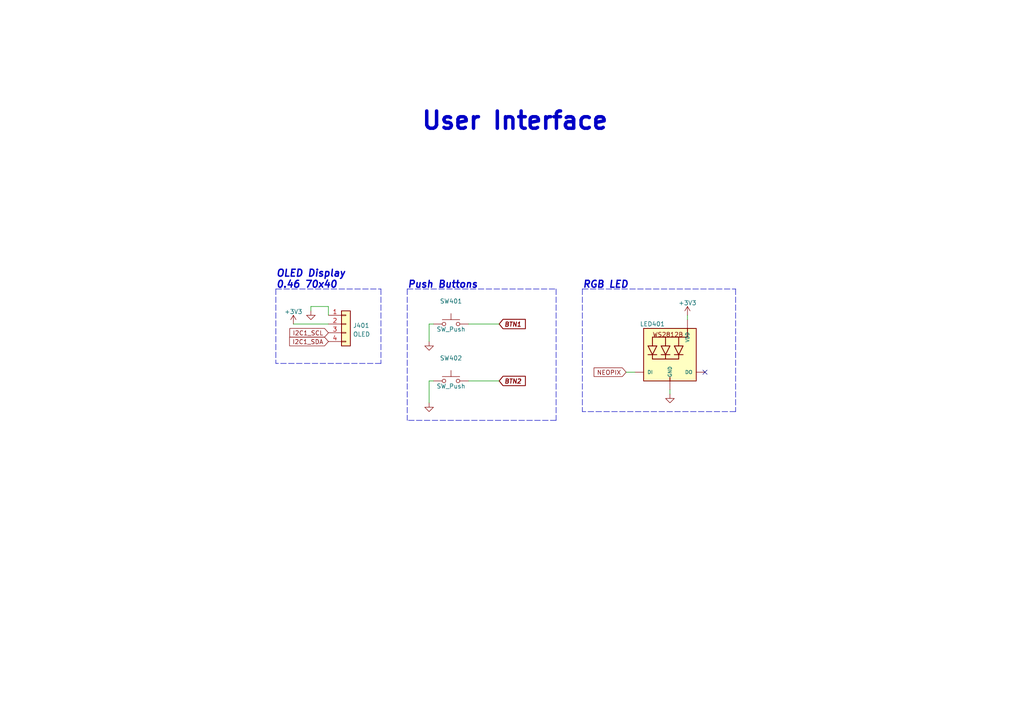
<source format=kicad_sch>
(kicad_sch (version 20211123) (generator eeschema)
  (paper "A4")
  (title_block (title "SLA Chamber Hearter for Resin Printers") (date "2022-07-06") (rev "A") (comment 1 "Author: Stephen Eaton") (comment 2 "Project Github: https://github.com/madeinoz67/slachamberheater") (comment 3 "License: CERN-OHL-P"))
  (lib_symbols
    (symbol "Connector_Generic:Conn_01x04" (pin_names (offset 1.016) hide)
      (property "Reference" "J" (at 0 5.08 0))
      (property "Value" "Conn_01x04" (at 0 -7.62 0))
      (symbol "Conn_01x04_1_1"
        (rectangle (start -1.27 -4.953) (end 0 -5.207) (stroke (width 0.1524)))
        (rectangle (start -1.27 -2.413) (end 0 -2.667) (stroke (width 0.1524)))
        (rectangle (start -1.27 0.127) (end 0 -0.127) (stroke (width 0.1524)))
        (rectangle (start -1.27 2.667) (end 0 2.413) (stroke (width 0.1524)))
        (rectangle (start -1.27 3.81) (end 1.27 -6.35) (stroke (width 0.254)) (fill (type background)))
        (pin passive line (at -5.08 2.54 0) (length 3.81) (name "Pin_1") (number "1"))
        (pin passive line (at -5.08 0 0) (length 3.81) (name "Pin_2") (number "2"))
        (pin passive line (at -5.08 -2.54 0) (length 3.81) (name "Pin_3") (number "3"))
        (pin passive line (at -5.08 -5.08 0) (length 3.81) (name "Pin_4") (number "4"))
      )
    )
    (symbol "STR-LED:WS2812B" (pin_numbers hide) (pin_names (offset 1.016))
      (property "Reference" "LED" (at -7.62 10.16 0))
      (symbol "WS2812B_0_0"
        (rectangle (start -7.62 -5.08) (end 7.62 10.16) (stroke (width 0.254)) (fill (type background)))
        (polyline (pts (xy -6.35 2.54) (xy -5.08 2.54)) (stroke (width 0.254)))
        (polyline (pts (xy -6.35 5.08) (xy -5.08 5.08)) (stroke (width 0.254)))
        (polyline (pts (xy -5.08 2.54) (xy -6.35 5.08)) (stroke (width 0.254)))
        (polyline (pts (xy -5.08 2.54) (xy -5.08 1.27)) (stroke (width 0.254)))
        (polyline (pts (xy -5.08 2.54) (xy -3.81 5.08)) (stroke (width 0.254)))
        (polyline (pts (xy -5.08 5.08) (xy -3.81 5.08)) (stroke (width 0.254)))
        (polyline (pts (xy -5.08 7.62) (xy -5.08 5.08)) (stroke (width 0.254)))
        (polyline (pts (xy -3.81 2.54) (xy -5.08 2.54)) (stroke (width 0.254)))
        (polyline (pts (xy -2.54 2.54) (xy -1.27 2.54)) (stroke (width 0.254)))
        (polyline (pts (xy -2.54 5.08) (xy 0 5.08)) (stroke (width 0.254)))
        (polyline (pts (xy -1.27 1.27) (xy -5.08 1.27)) (stroke (width 0.254)))
        (polyline (pts (xy -1.27 2.54) (xy -2.54 5.08)) (stroke (width 0.254)))
        (polyline (pts (xy -1.27 2.54) (xy -1.27 1.27)) (stroke (width 0.254)))
        (polyline (pts (xy -1.27 2.54) (xy 0 2.54)) (stroke (width 0.254)))
        (polyline (pts (xy -1.27 5.08) (xy -1.27 7.62)) (stroke (width 0.254)))
        (polyline (pts (xy -1.27 7.62) (xy -5.08 7.62)) (stroke (width 0.254)))
        (polyline (pts (xy 0 -4.064) (xy 0 -5.08)) (stroke (width 0.254)))
        (polyline (pts (xy 0 5.08) (xy -1.27 2.54)) (stroke (width 0.254)))
        (polyline (pts (xy 1.27 5.08) (xy 2.54 2.54)) (stroke (width 0.254)))
        (polyline (pts (xy 1.27 5.08) (xy 2.54 5.08)) (stroke (width 0.254)))
        (polyline (pts (xy 2.54 1.27) (xy -1.27 1.27)) (stroke (width 0.254)))
        (polyline (pts (xy 2.54 2.54) (xy 1.27 2.54)) (stroke (width 0.254)))
        (polyline (pts (xy 2.54 2.54) (xy 2.54 1.27)) (stroke (width 0.254)))
        (polyline (pts (xy 2.54 2.54) (xy 3.81 2.54)) (stroke (width 0.254)))
        (polyline (pts (xy 2.54 2.54) (xy 3.81 5.08)) (stroke (width 0.254)))
        (polyline (pts (xy 2.54 5.08) (xy 2.54 7.62)) (stroke (width 0.254)))
        (polyline (pts (xy 2.54 7.62) (xy -1.27 7.62)) (stroke (width 0.254)))
        (polyline (pts (xy 2.54 7.62) (xy 5.08 7.62)) (stroke (width 0.254)))
        (polyline (pts (xy 3.81 5.08) (xy 2.54 5.08)) (stroke (width 0.254)))
        (polyline (pts (xy 5.08 10.16) (xy 5.08 7.62)) (stroke (width 0.254)))
        (text "WS2812B" (at -5.08 7.62 0) (effects (font (size 1.27 1.27)) (justify left bottom)))
        (pin power_in line (at 5.08 12.7 270) (length 2.54) (name "VDD") (number "1"))
        (pin output line (at 10.16 -2.54 180) (length 2.54) (name "DO") (number "2"))
        (pin power_in line (at 0 -7.62 90) (length 2.54) (name "GND") (number "3"))
        (pin input line (at -10.16 -2.54 0) (length 2.54) (name "DI") (number "4"))
      )
    )
    (symbol "STR-Switches:SW_Push" (pin_numbers hide) (pin_names (offset 1.016) hide)
      (property "Reference" "SW" (at 1.27 2.54 0))
      (property "Value" "SW_Push" (at 0 -1.524 0))
      (symbol "SW_Push_0_1"
        (circle (center -2.032 0) (radius 0.508))
        (polyline (pts (xy 0 1.27) (xy 0 3.048)))
        (polyline (pts (xy 2.54 1.27) (xy -2.54 1.27)))
        (circle (center 2.032 0) (radius 0.508))
        (pin passive line (at -5.08 0 0) (length 2.54) (name "1") (number "1"))
        (pin passive line (at 5.08 0 180) (length 2.54) (name "2") (number "2"))
      )
    )
    (symbol "power:+3.3V" (power) (pin_names (offset 0))
      (property "Value" "+3.3V" (at 0 3.556 0))
      (symbol "+3.3V_0_1"
        (polyline (pts (xy -0.762 1.27) (xy 0 2.54)))
        (polyline (pts (xy 0 0) (xy 0 2.54)))
        (polyline (pts (xy 0 2.54) (xy 0.762 1.27)))
      )
      (symbol "+3.3V_1_1"
        (pin power_in line (at 0 0 90) (length 0) hide (name "+3V3") (number "1"))
      )
    )
    (symbol "power:GND" (power) (pin_names (offset 0))
      (property "Value" "GND" (at 0 -3.81 0))
      (symbol "GND_0_1"
        (polyline (pts (xy 0 0) (xy 0 -1.27) (xy 1.27 -1.27) (xy 0 -2.54) (xy -1.27 -1.27) (xy 0 -1.27)))
      )
      (symbol "GND_1_1"
        (pin power_in line (at 0 0 270) (length 0) hide (name "GND") (number "1"))
      )
    )
  )
  (no_connect (at 204.47 107.95))
  (polyline (pts (xy 161.29 121.92) (xy 118.11 121.92)))
  (polyline (pts (xy 118.11 83.82) (xy 118.11 121.92)))
  (polyline (pts (xy 110.49 83.82) (xy 110.49 105.41)))
  (polyline (pts (xy 80.01 83.82) (xy 110.49 83.82)))
  (polyline (pts (xy 168.91 83.82) (xy 213.36 83.82)))
  (wire (pts (xy 194.31 113.03) (xy 194.31 114.3)))
  (wire (pts (xy 199.39 91.44) (xy 199.39 92.71)))
  (polyline (pts (xy 213.36 83.82) (xy 213.36 119.38)))
  (wire (pts (xy 85.09 93.98) (xy 95.25 93.98)))
  (polyline (pts (xy 110.49 105.41) (xy 80.01 105.41)))
  (polyline (pts (xy 161.29 83.82) (xy 161.29 121.92)))
  (polyline (pts (xy 118.11 83.82) (xy 161.29 83.82)))
  (wire (pts (xy 124.46 93.98) (xy 125.73 93.98)))
  (polyline (pts (xy 213.36 119.38) (xy 168.91 119.38)))
  (polyline (pts (xy 168.91 83.82) (xy 168.91 119.38)))
  (wire (pts (xy 124.46 93.98) (xy 124.46 99.06)))
  (wire (pts (xy 90.17 88.9) (xy 95.25 88.9)))
  (wire (pts (xy 135.89 93.98) (xy 144.78 93.98)))
  (wire (pts (xy 181.61 107.95) (xy 184.15 107.95)))
  (wire (pts (xy 125.73 110.49) (xy 124.46 110.49)))
  (wire (pts (xy 95.25 88.9) (xy 95.25 91.44)))
  (polyline (pts (xy 80.01 83.82) (xy 80.01 105.41)))
  (wire (pts (xy 90.17 88.9) (xy 90.17 90.17)))
  (wire (pts (xy 124.46 110.49) (xy 124.46 116.84)))
  (wire (pts (xy 135.89 110.49) (xy 144.78 110.49)))
  (text "User Interface" (at 121.92 38.1 0) (effects (font (size 5 5) bold) (justify left bottom)))
  (text "Push Buttons" (at 118.11 83.82 0) (effects (font (size 2 2) bold italic) (justify left bottom)))
  (text "OLED Display\n0.46 70x40" (at 80.01 83.82 0) (effects (font (size 2 2) bold italic) (justify left bottom)))
  (text "RGB LED" (at 168.91 83.82 0) (effects (font (size 2 2) (thickness 0.4) bold italic) (justify left bottom)))
  (global_label "BTN2" (shape input) (at 144.78 110.49 0) (effects (font bold italic)) (property "Intersheet References" "${INTERSHEET_REFS}" (effects hide)))
  (global_label "I2C1_SDA" (shape input) (at 95.25 99.06 180) (property "Intersheet References" "${INTERSHEET_REFS}" (effects hide)))
  (global_label "I2C1_SCL" (shape input) (at 95.25 96.52 180) (property "Intersheet References" "${INTERSHEET_REFS}" (effects hide)))
  (global_label "NEOPIX" (shape input) (at 181.61 107.95 180) (property "Intersheet References" "${INTERSHEET_REFS}" (effects hide)))
  (global_label "BTN1" (shape input) (at 144.78 93.98 0) (effects (font bold italic)) (property "Intersheet References" "${INTERSHEET_REFS}" (effects hide)))
  (symbol (lib_id "Connector_Generic:Conn_01x04") (at 100.33 93.98 0) (unit 1)
    (property "Reference" "J401" (at 102.362 94.4153 0) (effects (justify left)))
    (property "Value" "OLED" (at 102.362 96.9522 0) (effects (justify left)))
    (property "Footprint" "Connector_PinHeader_2.54mm:PinHeader_1x04_P2.54mm_Vertical_SMD_Pin1Left" (effects hide))
  )
  (symbol (lib_id "STR-Switches:SW_Push") (at 130.81 93.98 0) (unit 1)
    (property "Reference" "SW401" (at 130.81 87.3592 0))
    (property "Value" "SW_Push" (at 130.81 95.504 0))
    (property "Footprint" "STR-Switch:SW_SMD_SPST_8x3.6" (effects hide))
  )
  (symbol (lib_id "power:GND") (at 90.17 90.17 0) (unit 1)
    (property "Reference" "#PWR0402" (effects hide))
    (property "Value" "GND" (effects hide))
  )
  (symbol (lib_id "STR-LED:WS2812B") (at 194.31 105.41 0) (unit 1)
    (property "Reference" "LED401" (at 189.23 93.98 0))
    (property "Value" "WS2812B" (effects hide))
    (property "Footprint" "STR-LED:WS2812B" (effects hide))
    (property "Datasheet" "https://datasheet.lcsc.com/lcsc/2106062036_Worldsemi-WS2812B-B-W_C2761795.pdf" (effects hide))
    (property "Manufacturer" "WorldSemi" (effects hide))
    (property "MPN" "WS2812B-B/W" (effects hide))
    (property "LCSC" "C2761795" (effects hide))
    (property "MANUFACTURER" "WorldSemi" (effects hide))
    (property "MFPN" "WS2812B-B/W" (effects hide))
  )
  (symbol (lib_id "power:+3.3V") (at 85.09 93.98 0) (unit 1)
    (property "Reference" "#PWR0401" (effects hide))
    (property "Value" "+3.3V" (at 85.09 90.4042 0))
  )
  (symbol (lib_id "power:GND") (at 194.31 114.3 0) (unit 1)
    (property "Reference" "#PWR0403" (effects hide))
    (property "Value" "GND" (effects hide))
  )
  (symbol (lib_id "power:+3.3V") (at 199.39 91.44 0) (unit 1)
    (property "Reference" "#PWR0404" (effects hide))
    (property "Value" "+3.3V" (at 199.39 87.8642 0))
  )
  (symbol (lib_id "power:GND") (at 124.46 116.84 0) (unit 1)
    (property "Reference" "#PWR0406" (effects hide))
    (property "Value" "GND" (effects hide))
  )
  (symbol (lib_id "STR-Switches:SW_Push") (at 130.81 110.49 0) (unit 1)
    (property "Reference" "SW402" (at 130.81 103.8692 0))
    (property "Value" "SW_Push" (at 130.81 112.014 0))
    (property "Footprint" "STR-Switch:SW_SMD_SPST_8x3.6" (effects hide))
  )
  (symbol (lib_id "power:GND") (at 124.46 99.06 0) (unit 1)
    (property "Reference" "#PWR0405" (effects hide))
    (property "Value" "GND" (effects hide))
  )
)
</source>
